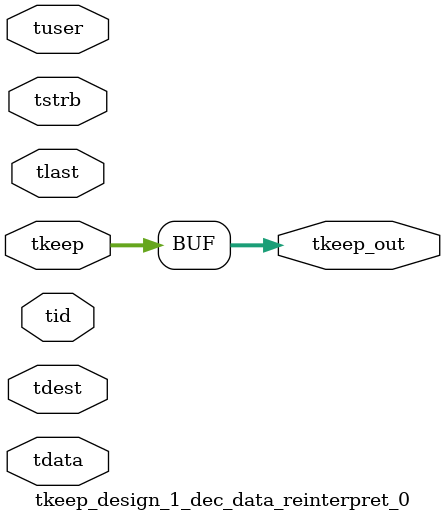
<source format=v>


`timescale 1ps/1ps

module tkeep_design_1_dec_data_reinterpret_0 #
(
parameter C_S_AXIS_TDATA_WIDTH = 32,
parameter C_S_AXIS_TUSER_WIDTH = 0,
parameter C_S_AXIS_TID_WIDTH   = 0,
parameter C_S_AXIS_TDEST_WIDTH = 0,
parameter C_M_AXIS_TDATA_WIDTH = 32
)
(
input  [(C_S_AXIS_TDATA_WIDTH == 0 ? 1 : C_S_AXIS_TDATA_WIDTH)-1:0     ] tdata,
input  [(C_S_AXIS_TUSER_WIDTH == 0 ? 1 : C_S_AXIS_TUSER_WIDTH)-1:0     ] tuser,
input  [(C_S_AXIS_TID_WIDTH   == 0 ? 1 : C_S_AXIS_TID_WIDTH)-1:0       ] tid,
input  [(C_S_AXIS_TDEST_WIDTH == 0 ? 1 : C_S_AXIS_TDEST_WIDTH)-1:0     ] tdest,
input  [(C_S_AXIS_TDATA_WIDTH/8)-1:0 ] tkeep,
input  [(C_S_AXIS_TDATA_WIDTH/8)-1:0 ] tstrb,
input                                                                    tlast,
output [(C_M_AXIS_TDATA_WIDTH/8)-1:0 ] tkeep_out
);

assign tkeep_out = {tkeep[15:0]};

endmodule


</source>
